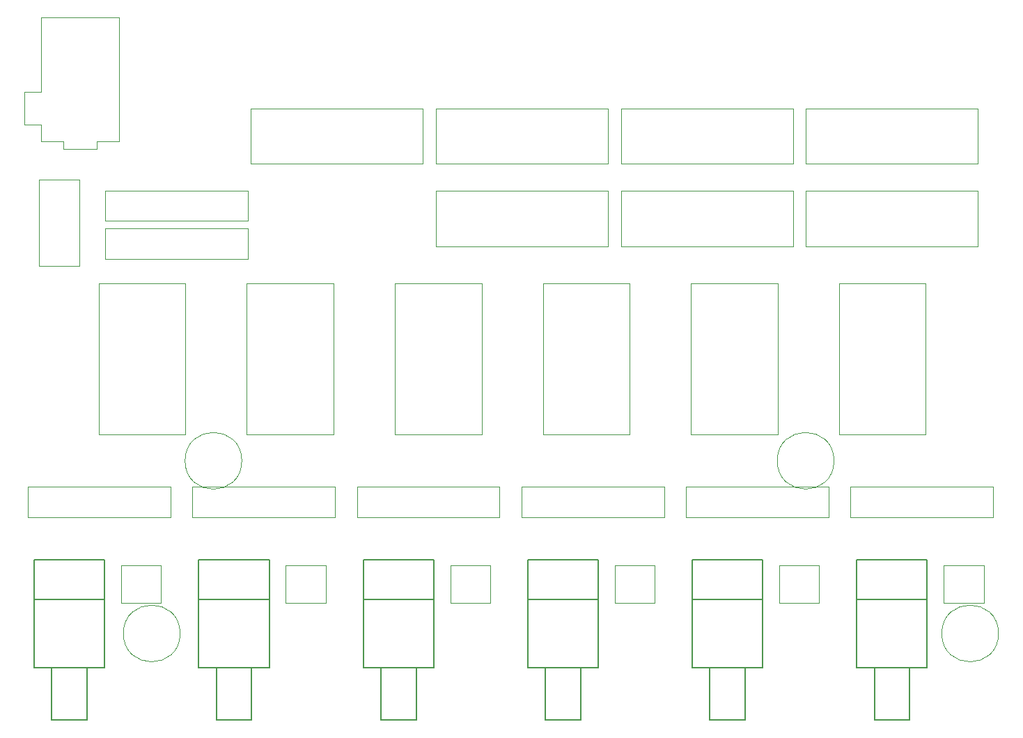
<source format=gbr>
%TF.GenerationSoftware,KiCad,Pcbnew,7.0.6*%
%TF.CreationDate,2023-12-11T13:02:44+00:00*%
%TF.ProjectId,BlankingRelay_Base,426c616e-6b69-46e6-9752-656c61795f42,rev?*%
%TF.SameCoordinates,Original*%
%TF.FileFunction,Other,User*%
%FSLAX46Y46*%
G04 Gerber Fmt 4.6, Leading zero omitted, Abs format (unit mm)*
G04 Created by KiCad (PCBNEW 7.0.6) date 2023-12-11 13:02:44*
%MOMM*%
%LPD*%
G01*
G04 APERTURE LIST*
%ADD10C,0.050000*%
%ADD11C,0.150000*%
G04 APERTURE END LIST*
D10*
%TO.C,R2*%
X49950000Y-128150000D02*
X49950000Y-131850000D01*
X49950000Y-131850000D02*
X67290000Y-131850000D01*
X67290000Y-128150000D02*
X49950000Y-128150000D01*
X67290000Y-131850000D02*
X67290000Y-128150000D01*
%TO.C,D2*%
X66150000Y-137750000D02*
X61300000Y-137750000D01*
X61300000Y-142250000D02*
X66150000Y-142250000D01*
X66150000Y-142250000D02*
X66150000Y-137750000D01*
X61300000Y-137750000D02*
X61300000Y-142250000D01*
%TO.C,REF\u002A\u002A*%
X48450000Y-146000000D02*
G75*
G03*
X48450000Y-146000000I-3450000J0D01*
G01*
%TO.C,U4*%
X92550000Y-121800000D02*
X103100000Y-121800000D01*
X92550000Y-103450000D02*
X92550000Y-121800000D01*
X103100000Y-121800000D02*
X103100000Y-103450000D01*
X103100000Y-103450000D02*
X92550000Y-103450000D01*
D11*
%TO.C,SW5*%
X110720000Y-137000000D02*
X110720000Y-150150000D01*
X110720000Y-137000000D02*
X119280000Y-137000000D01*
X110720000Y-150150000D02*
X119280000Y-150150000D01*
X112850000Y-156500000D02*
X117150000Y-156500000D01*
X119280000Y-137000000D02*
X119280000Y-150150000D01*
X117150000Y-150150000D02*
X117150000Y-156500000D01*
X110720000Y-141850000D02*
X119280000Y-141850000D01*
X112850000Y-150150000D02*
X112850000Y-156500000D01*
D10*
%TO.C,R99*%
X39336000Y-95830000D02*
X56676000Y-95830000D01*
X39336000Y-92130000D02*
X39336000Y-95830000D01*
X56676000Y-92130000D02*
X39336000Y-92130000D01*
X56676000Y-95830000D02*
X56676000Y-92130000D01*
%TO.C,D5*%
X121300000Y-137750000D02*
X121300000Y-142250000D01*
X126150000Y-137750000D02*
X121300000Y-137750000D01*
X121300000Y-142250000D02*
X126150000Y-142250000D01*
X126150000Y-142250000D02*
X126150000Y-137750000D01*
%TO.C,D6*%
X146150000Y-137750000D02*
X141300000Y-137750000D01*
X141300000Y-137750000D02*
X141300000Y-142250000D01*
X146150000Y-142250000D02*
X146150000Y-137750000D01*
X141300000Y-142250000D02*
X146150000Y-142250000D01*
%TO.C,U5*%
X121100000Y-103450000D02*
X110550000Y-103450000D01*
X110550000Y-103450000D02*
X110550000Y-121800000D01*
X121100000Y-121800000D02*
X121100000Y-103450000D01*
X110550000Y-121800000D02*
X121100000Y-121800000D01*
%TO.C,U2*%
X56550000Y-103450000D02*
X56550000Y-121800000D01*
X67100000Y-103450000D02*
X56550000Y-103450000D01*
X67100000Y-121800000D02*
X67100000Y-103450000D01*
X56550000Y-121800000D02*
X67100000Y-121800000D01*
D11*
%TO.C,SW2*%
X52850000Y-150150000D02*
X52850000Y-156500000D01*
X57150000Y-150150000D02*
X57150000Y-156500000D01*
X50720000Y-150150000D02*
X59280000Y-150150000D01*
X59280000Y-137000000D02*
X59280000Y-150150000D01*
X50720000Y-141850000D02*
X59280000Y-141850000D01*
X50720000Y-137000000D02*
X59280000Y-137000000D01*
X52850000Y-156500000D02*
X57150000Y-156500000D01*
X50720000Y-137000000D02*
X50720000Y-150150000D01*
%TO.C,SW4*%
X92850000Y-156500000D02*
X97150000Y-156500000D01*
X97150000Y-150150000D02*
X97150000Y-156500000D01*
X92850000Y-150150000D02*
X92850000Y-156500000D01*
X99280000Y-137000000D02*
X99280000Y-150150000D01*
X90720000Y-150150000D02*
X99280000Y-150150000D01*
X90720000Y-137000000D02*
X99280000Y-137000000D01*
X90720000Y-141850000D02*
X99280000Y-141850000D01*
X90720000Y-137000000D02*
X90720000Y-150150000D01*
D10*
%TO.C,R98*%
X39310000Y-96770000D02*
X39310000Y-100470000D01*
X56650000Y-96770000D02*
X39310000Y-96770000D01*
X56650000Y-100470000D02*
X56650000Y-96770000D01*
X39310000Y-100470000D02*
X56650000Y-100470000D01*
D11*
%TO.C,SW3*%
X70720000Y-141850000D02*
X79280000Y-141850000D01*
X72850000Y-156500000D02*
X77150000Y-156500000D01*
X77150000Y-150150000D02*
X77150000Y-156500000D01*
X72850000Y-150150000D02*
X72850000Y-156500000D01*
X70720000Y-150150000D02*
X79280000Y-150150000D01*
X70720000Y-137000000D02*
X79280000Y-137000000D01*
X79280000Y-137000000D02*
X79280000Y-150150000D01*
X70720000Y-137000000D02*
X70720000Y-150150000D01*
D10*
%TO.C,J6*%
X102050000Y-92150000D02*
X102050000Y-98900000D01*
X102050000Y-98900000D02*
X122950000Y-98900000D01*
X122950000Y-98900000D02*
X122950000Y-92150000D01*
X122950000Y-92150000D02*
X102050000Y-92150000D01*
%TO.C,R4*%
X89950000Y-131850000D02*
X107290000Y-131850000D01*
X89950000Y-128150000D02*
X89950000Y-131850000D01*
X107290000Y-131850000D02*
X107290000Y-128150000D01*
X107290000Y-128150000D02*
X89950000Y-128150000D01*
%TO.C,U1*%
X38550000Y-121800000D02*
X49100000Y-121800000D01*
X49100000Y-121800000D02*
X49100000Y-103450000D01*
X49100000Y-103450000D02*
X38550000Y-103450000D01*
X38550000Y-103450000D02*
X38550000Y-121800000D01*
%TO.C,R3*%
X69950000Y-128150000D02*
X69950000Y-131850000D01*
X87290000Y-131850000D02*
X87290000Y-128150000D01*
X69950000Y-131850000D02*
X87290000Y-131850000D01*
X87290000Y-128150000D02*
X69950000Y-128150000D01*
%TO.C,REF\u002A\u002A*%
X147950000Y-146000000D02*
G75*
G03*
X147950000Y-146000000I-3450000J0D01*
G01*
%TO.C,D1*%
X41300000Y-142250000D02*
X46150000Y-142250000D01*
X46150000Y-142250000D02*
X46150000Y-137750000D01*
X46150000Y-137750000D02*
X41300000Y-137750000D01*
X41300000Y-137750000D02*
X41300000Y-142250000D01*
%TO.C,REF\u002A\u002A*%
X55950000Y-125000000D02*
G75*
G03*
X55950000Y-125000000I-3450000J0D01*
G01*
%TO.C,R5*%
X109950000Y-128150000D02*
X109950000Y-131850000D01*
X127290000Y-128150000D02*
X109950000Y-128150000D01*
X127290000Y-131850000D02*
X127290000Y-128150000D01*
X109950000Y-131850000D02*
X127290000Y-131850000D01*
D11*
%TO.C,SW1*%
X30720000Y-150150000D02*
X39280000Y-150150000D01*
X39280000Y-137000000D02*
X39280000Y-150150000D01*
X37150000Y-150150000D02*
X37150000Y-156500000D01*
X32850000Y-156500000D02*
X37150000Y-156500000D01*
X30720000Y-141850000D02*
X39280000Y-141850000D01*
X30720000Y-137000000D02*
X30720000Y-150150000D01*
X30720000Y-137000000D02*
X39280000Y-137000000D01*
X32850000Y-150150000D02*
X32850000Y-156500000D01*
D10*
%TO.C,J8*%
X145450000Y-92150000D02*
X124550000Y-92150000D01*
X124550000Y-98900000D02*
X145450000Y-98900000D01*
X124550000Y-92150000D02*
X124550000Y-98900000D01*
X145450000Y-98900000D02*
X145450000Y-92150000D01*
%TO.C,REF\u002A\u002A*%
X127950000Y-125000000D02*
G75*
G03*
X127950000Y-125000000I-3450000J0D01*
G01*
%TO.C,J7*%
X122950000Y-82150000D02*
X102050000Y-82150000D01*
X102050000Y-88900000D02*
X122950000Y-88900000D01*
X102050000Y-82150000D02*
X102050000Y-88900000D01*
X122950000Y-88900000D02*
X122950000Y-82150000D01*
%TO.C,J1*%
X38287500Y-86120000D02*
X38287500Y-87120000D01*
X41037500Y-86120000D02*
X41037500Y-71120000D01*
X31537500Y-84120000D02*
X29537500Y-84120000D01*
X34287500Y-87120000D02*
X34287500Y-86120000D01*
X31537500Y-71120000D02*
X41037500Y-71120000D01*
X38287500Y-87120000D02*
X34287500Y-87120000D01*
X29537500Y-80120000D02*
X31537500Y-80120000D01*
X31537500Y-80120000D02*
X31537500Y-71120000D01*
X34287500Y-86120000D02*
X31537500Y-86120000D01*
X40787500Y-86120000D02*
X38287500Y-86120000D01*
X29537500Y-84120000D02*
X29537500Y-80120000D01*
X31537500Y-86120000D02*
X31537500Y-84120000D01*
X40787500Y-86120000D02*
X41037500Y-86120000D01*
%TO.C,J9*%
X145450000Y-82150000D02*
X124550000Y-82150000D01*
X145450000Y-88900000D02*
X145450000Y-82150000D01*
X124550000Y-88900000D02*
X145450000Y-88900000D01*
X124550000Y-82150000D02*
X124550000Y-88900000D01*
%TO.C,J3*%
X77950000Y-82150000D02*
X57050000Y-82150000D01*
X57050000Y-82150000D02*
X57050000Y-88900000D01*
X77950000Y-88900000D02*
X77950000Y-82150000D01*
X57050000Y-88900000D02*
X77950000Y-88900000D01*
%TO.C,D4*%
X106150000Y-137750000D02*
X101300000Y-137750000D01*
X106150000Y-142250000D02*
X106150000Y-137750000D01*
X101300000Y-137750000D02*
X101300000Y-142250000D01*
X101300000Y-142250000D02*
X106150000Y-142250000D01*
%TO.C,R6*%
X147290000Y-131850000D02*
X147290000Y-128150000D01*
X129950000Y-131850000D02*
X147290000Y-131850000D01*
X129950000Y-128150000D02*
X129950000Y-131850000D01*
X147290000Y-128150000D02*
X129950000Y-128150000D01*
%TO.C,U6*%
X139100000Y-103450000D02*
X128550000Y-103450000D01*
X128550000Y-121800000D02*
X139100000Y-121800000D01*
X139100000Y-121800000D02*
X139100000Y-103450000D01*
X128550000Y-103450000D02*
X128550000Y-121800000D01*
D11*
%TO.C,SW6*%
X139280000Y-137000000D02*
X139280000Y-150150000D01*
X130720000Y-141850000D02*
X139280000Y-141850000D01*
X130720000Y-137000000D02*
X139280000Y-137000000D01*
X130720000Y-137000000D02*
X130720000Y-150150000D01*
X137150000Y-150150000D02*
X137150000Y-156500000D01*
X132850000Y-156500000D02*
X137150000Y-156500000D01*
X130720000Y-150150000D02*
X139280000Y-150150000D01*
X132850000Y-150150000D02*
X132850000Y-156500000D01*
D10*
%TO.C,D3*%
X86150000Y-137750000D02*
X81300000Y-137750000D01*
X81300000Y-137750000D02*
X81300000Y-142250000D01*
X86150000Y-142250000D02*
X86150000Y-137750000D01*
X81300000Y-142250000D02*
X86150000Y-142250000D01*
%TO.C,J4*%
X79550000Y-92150000D02*
X79550000Y-98900000D01*
X100450000Y-98900000D02*
X100450000Y-92150000D01*
X79550000Y-98900000D02*
X100450000Y-98900000D01*
X100450000Y-92150000D02*
X79550000Y-92150000D01*
%TO.C,U3*%
X85100000Y-103450000D02*
X74550000Y-103450000D01*
X74550000Y-121800000D02*
X85100000Y-121800000D01*
X85100000Y-121800000D02*
X85100000Y-103450000D01*
X74550000Y-103450000D02*
X74550000Y-121800000D01*
%TO.C,U0*%
X31275000Y-101300000D02*
X36185000Y-101300000D01*
X36185000Y-101300000D02*
X36185000Y-90800000D01*
X36185000Y-90800000D02*
X31275000Y-90800000D01*
X31275000Y-90800000D02*
X31275000Y-101300000D01*
%TO.C,J5*%
X100450000Y-88900000D02*
X100450000Y-82150000D01*
X79550000Y-82150000D02*
X79550000Y-88900000D01*
X100450000Y-82150000D02*
X79550000Y-82150000D01*
X79550000Y-88900000D02*
X100450000Y-88900000D01*
%TO.C,R1*%
X47290000Y-131850000D02*
X47290000Y-128150000D01*
X29950000Y-131850000D02*
X47290000Y-131850000D01*
X29950000Y-128150000D02*
X29950000Y-131850000D01*
X47290000Y-128150000D02*
X29950000Y-128150000D01*
%TD*%
M02*

</source>
